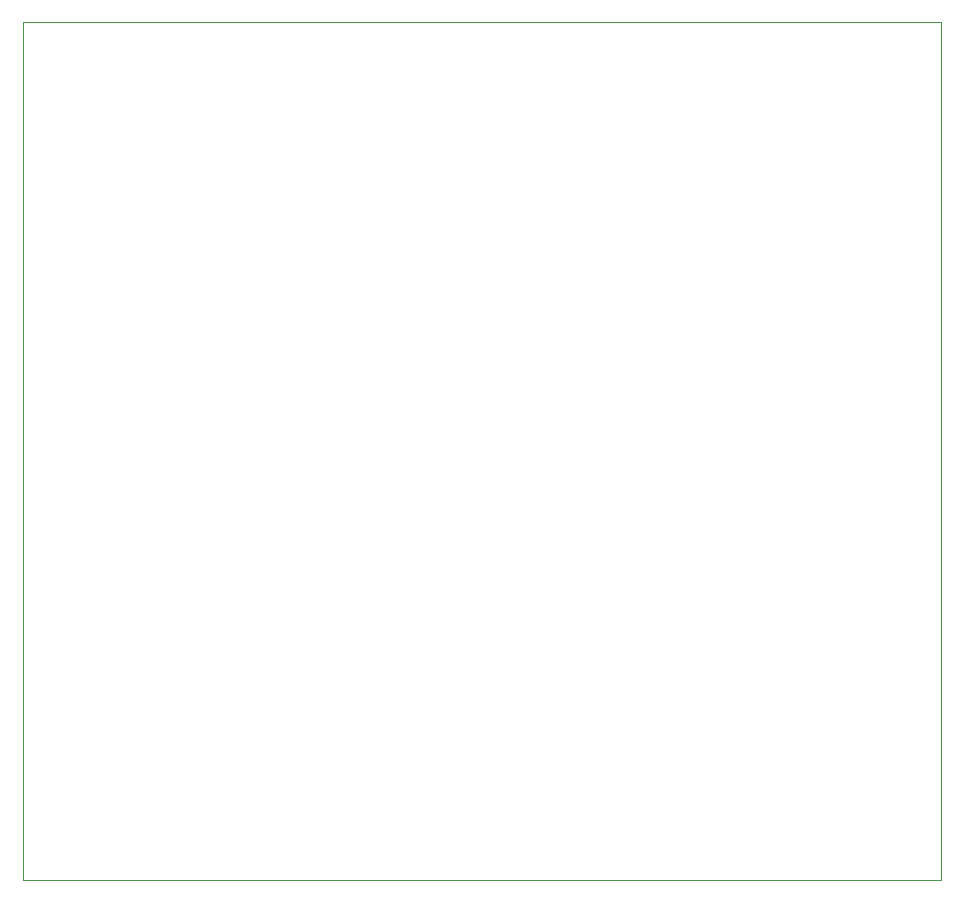
<source format=gbr>
G04 #@! TF.GenerationSoftware,KiCad,Pcbnew,(5.1.8)-1*
G04 #@! TF.CreationDate,2021-01-05T07:53:39+01:00*
G04 #@! TF.ProjectId,TMC51604Axis,544d4335-3136-4303-9441-7869732e6b69,rev?*
G04 #@! TF.SameCoordinates,Original*
G04 #@! TF.FileFunction,Profile,NP*
%FSLAX46Y46*%
G04 Gerber Fmt 4.6, Leading zero omitted, Abs format (unit mm)*
G04 Created by KiCad (PCBNEW (5.1.8)-1) date 2021-01-05 07:53:39*
%MOMM*%
%LPD*%
G01*
G04 APERTURE LIST*
G04 #@! TA.AperFunction,Profile*
%ADD10C,0.050000*%
G04 #@! TD*
G04 APERTURE END LIST*
D10*
X138176000Y-61722000D02*
X60452000Y-61722000D01*
X138176000Y-61722000D02*
X138176000Y-134416800D01*
X60452000Y-134416800D02*
X60452000Y-61722000D01*
X138176000Y-134416800D02*
X60452000Y-134416800D01*
M02*

</source>
